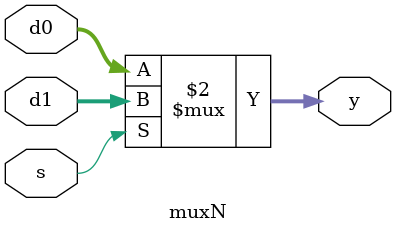
<source format=sv>
module muxN#(
             parameter N = 4  // Default value for N is 4
            )(
             input  logic [N-1:0] d0, d1,  // N input lines
             input  logic s,  		// Single bit selector
            
             output logic [N-1:0]y  // Output
            );

    always_comb begin
        y = s ? d1 : d0;  // Select the input based on the selector value
    end
endmodule

</source>
